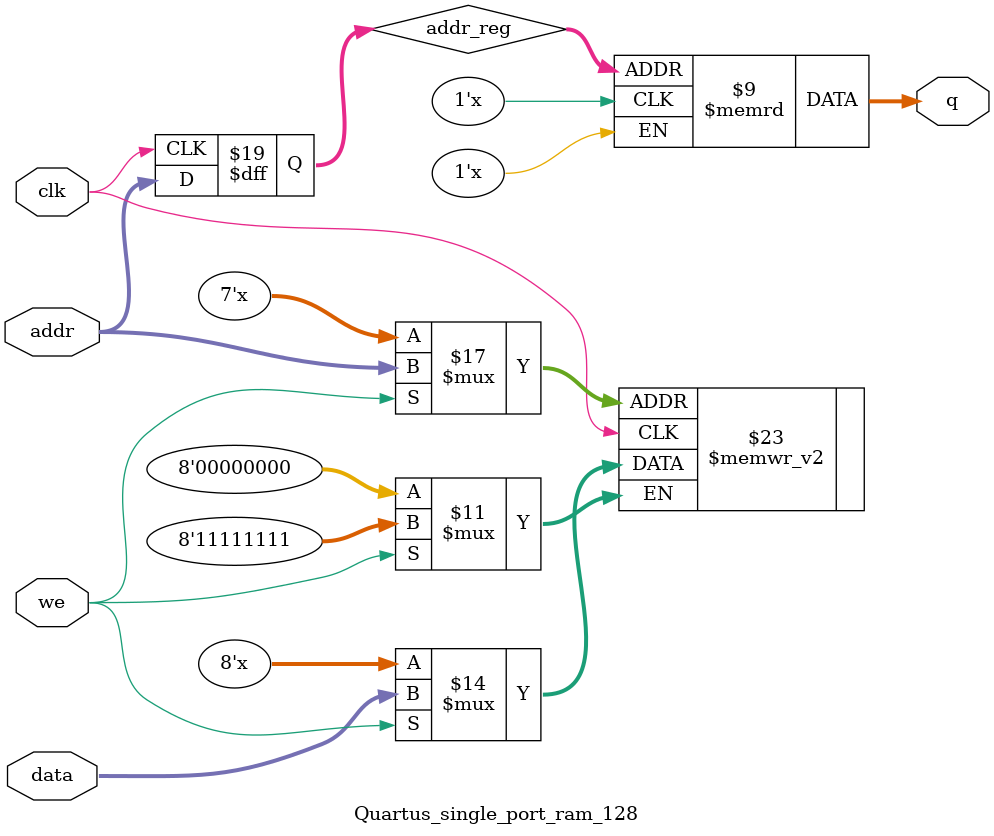
<source format=v>

module Quartus_single_port_ram_128
#(parameter DATA_WIDTH=8, parameter ADDR_WIDTH=7)
(
	input [(DATA_WIDTH-1):0] data,
	input [(ADDR_WIDTH-1):0] addr,
	input we, clk,
	output [(DATA_WIDTH-1):0] q
);

	// Declare the RAM variable
	reg [DATA_WIDTH-1:0] ram[127:0];

	// Variable to hold the registered read address
	reg [ADDR_WIDTH-1:0] addr_reg;

	always @ (posedge clk)
	begin
		// Write
		if (we)
			ram[addr] <= data;

		addr_reg <= addr;
	end

	// Continuous assignment implies read returns NEW data.
	// This is the natural behavior of the TriMatrix memory
	// blocks in Single Port mode.  
	assign q = ram[addr_reg];

endmodule

</source>
